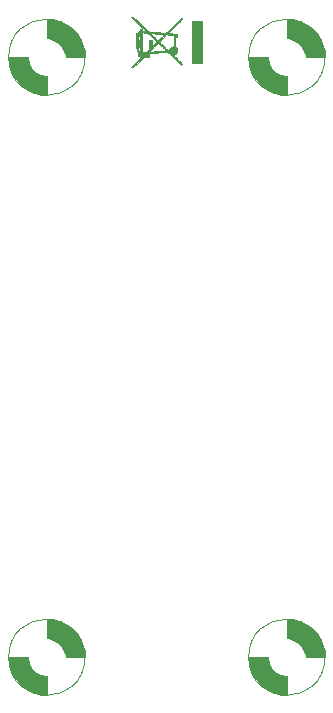
<source format=gbo>
G04 #@! TF.GenerationSoftware,KiCad,Pcbnew,6.0.9-8da3e8f707~116~ubuntu20.04.1*
G04 #@! TF.CreationDate,2023-04-19T17:37:20+00:00*
G04 #@! TF.ProjectId,LEC030001,4c454330-3330-4303-9031-2e6b69636164,rev?*
G04 #@! TF.SameCoordinates,Original*
G04 #@! TF.FileFunction,Legend,Bot*
G04 #@! TF.FilePolarity,Positive*
%FSLAX46Y46*%
G04 Gerber Fmt 4.6, Leading zero omitted, Abs format (unit mm)*
G04 Created by KiCad (PCBNEW 6.0.9-8da3e8f707~116~ubuntu20.04.1) date 2023-04-19 17:37:20*
%MOMM*%
%LPD*%
G01*
G04 APERTURE LIST*
%ADD10C,0.120000*%
%ADD11C,0.010000*%
G04 APERTURE END LIST*
D10*
G04 #@! TO.C,H3*
X206424903Y-101600000D02*
G75*
G03*
X206424903Y-101600000I-3224903J0D01*
G01*
G36*
X203700000Y-98400000D02*
G01*
X204700000Y-98700000D01*
X205500000Y-99300000D01*
X206000000Y-100000000D01*
X206300000Y-100700000D01*
X206400000Y-101100000D01*
X206400000Y-101600000D01*
X204800000Y-101600000D01*
X204800000Y-101500000D01*
X204700000Y-101100000D01*
X204500000Y-100700000D01*
X204100000Y-100300000D01*
X203700000Y-100100000D01*
X203300000Y-100000000D01*
X203200000Y-100000000D01*
X203200000Y-98375097D01*
X203700000Y-98400000D01*
G37*
D11*
X203700000Y-98400000D02*
X204700000Y-98700000D01*
X205500000Y-99300000D01*
X206000000Y-100000000D01*
X206300000Y-100700000D01*
X206400000Y-101100000D01*
X206400000Y-101600000D01*
X204800000Y-101600000D01*
X204800000Y-101500000D01*
X204700000Y-101100000D01*
X204500000Y-100700000D01*
X204100000Y-100300000D01*
X203700000Y-100100000D01*
X203300000Y-100000000D01*
X203200000Y-100000000D01*
X203200000Y-98375097D01*
X203700000Y-98400000D01*
G36*
X201600000Y-101700000D02*
G01*
X201700000Y-102100000D01*
X201900000Y-102500000D01*
X202300000Y-102900000D01*
X202700000Y-103100000D01*
X203100000Y-103200000D01*
X203200000Y-103200000D01*
X203200000Y-104824903D01*
X202700000Y-104800000D01*
X201700000Y-104500000D01*
X200900000Y-103900000D01*
X200400000Y-103200000D01*
X200100000Y-102500000D01*
X200000000Y-102100000D01*
X200000000Y-101600000D01*
X201600000Y-101600000D01*
X201600000Y-101700000D01*
G37*
X201600000Y-101700000D02*
X201700000Y-102100000D01*
X201900000Y-102500000D01*
X202300000Y-102900000D01*
X202700000Y-103100000D01*
X203100000Y-103200000D01*
X203200000Y-103200000D01*
X203200000Y-104824903D01*
X202700000Y-104800000D01*
X201700000Y-104500000D01*
X200900000Y-103900000D01*
X200400000Y-103200000D01*
X200100000Y-102500000D01*
X200000000Y-102100000D01*
X200000000Y-101600000D01*
X201600000Y-101600000D01*
X201600000Y-101700000D01*
D10*
G04 #@! TO.C,H4*
X206424903Y-50800000D02*
G75*
G03*
X206424903Y-50800000I-3224903J0D01*
G01*
G36*
X203700000Y-47600000D02*
G01*
X204700000Y-47900000D01*
X205500000Y-48500000D01*
X206000000Y-49200000D01*
X206300000Y-49900000D01*
X206400000Y-50300000D01*
X206400000Y-50800000D01*
X204800000Y-50800000D01*
X204800000Y-50700000D01*
X204700000Y-50300000D01*
X204500000Y-49900000D01*
X204100000Y-49500000D01*
X203700000Y-49300000D01*
X203300000Y-49200000D01*
X203200000Y-49200000D01*
X203200000Y-47575097D01*
X203700000Y-47600000D01*
G37*
D11*
X203700000Y-47600000D02*
X204700000Y-47900000D01*
X205500000Y-48500000D01*
X206000000Y-49200000D01*
X206300000Y-49900000D01*
X206400000Y-50300000D01*
X206400000Y-50800000D01*
X204800000Y-50800000D01*
X204800000Y-50700000D01*
X204700000Y-50300000D01*
X204500000Y-49900000D01*
X204100000Y-49500000D01*
X203700000Y-49300000D01*
X203300000Y-49200000D01*
X203200000Y-49200000D01*
X203200000Y-47575097D01*
X203700000Y-47600000D01*
G36*
X201600000Y-50900000D02*
G01*
X201700000Y-51300000D01*
X201900000Y-51700000D01*
X202300000Y-52100000D01*
X202700000Y-52300000D01*
X203100000Y-52400000D01*
X203200000Y-52400000D01*
X203200000Y-54024903D01*
X202700000Y-54000000D01*
X201700000Y-53700000D01*
X200900000Y-53100000D01*
X200400000Y-52400000D01*
X200100000Y-51700000D01*
X200000000Y-51300000D01*
X200000000Y-50800000D01*
X201600000Y-50800000D01*
X201600000Y-50900000D01*
G37*
X201600000Y-50900000D02*
X201700000Y-51300000D01*
X201900000Y-51700000D01*
X202300000Y-52100000D01*
X202700000Y-52300000D01*
X203100000Y-52400000D01*
X203200000Y-52400000D01*
X203200000Y-54024903D01*
X202700000Y-54000000D01*
X201700000Y-53700000D01*
X200900000Y-53100000D01*
X200400000Y-52400000D01*
X200100000Y-51700000D01*
X200000000Y-51300000D01*
X200000000Y-50800000D01*
X201600000Y-50800000D01*
X201600000Y-50900000D01*
D10*
G04 #@! TO.C,H2*
X186104903Y-50800000D02*
G75*
G03*
X186104903Y-50800000I-3224903J0D01*
G01*
G36*
X183380000Y-47600000D02*
G01*
X184380000Y-47900000D01*
X185180000Y-48500000D01*
X185680000Y-49200000D01*
X185980000Y-49900000D01*
X186080000Y-50300000D01*
X186080000Y-50800000D01*
X184480000Y-50800000D01*
X184480000Y-50700000D01*
X184380000Y-50300000D01*
X184180000Y-49900000D01*
X183780000Y-49500000D01*
X183380000Y-49300000D01*
X182980000Y-49200000D01*
X182880000Y-49200000D01*
X182880000Y-47575097D01*
X183380000Y-47600000D01*
G37*
D11*
X183380000Y-47600000D02*
X184380000Y-47900000D01*
X185180000Y-48500000D01*
X185680000Y-49200000D01*
X185980000Y-49900000D01*
X186080000Y-50300000D01*
X186080000Y-50800000D01*
X184480000Y-50800000D01*
X184480000Y-50700000D01*
X184380000Y-50300000D01*
X184180000Y-49900000D01*
X183780000Y-49500000D01*
X183380000Y-49300000D01*
X182980000Y-49200000D01*
X182880000Y-49200000D01*
X182880000Y-47575097D01*
X183380000Y-47600000D01*
G36*
X181280000Y-50900000D02*
G01*
X181380000Y-51300000D01*
X181580000Y-51700000D01*
X181980000Y-52100000D01*
X182380000Y-52300000D01*
X182780000Y-52400000D01*
X182880000Y-52400000D01*
X182880000Y-54024903D01*
X182380000Y-54000000D01*
X181380000Y-53700000D01*
X180580000Y-53100000D01*
X180080000Y-52400000D01*
X179780000Y-51700000D01*
X179680000Y-51300000D01*
X179680000Y-50800000D01*
X181280000Y-50800000D01*
X181280000Y-50900000D01*
G37*
X181280000Y-50900000D02*
X181380000Y-51300000D01*
X181580000Y-51700000D01*
X181980000Y-52100000D01*
X182380000Y-52300000D01*
X182780000Y-52400000D01*
X182880000Y-52400000D01*
X182880000Y-54024903D01*
X182380000Y-54000000D01*
X181380000Y-53700000D01*
X180580000Y-53100000D01*
X180080000Y-52400000D01*
X179780000Y-51700000D01*
X179680000Y-51300000D01*
X179680000Y-50800000D01*
X181280000Y-50800000D01*
X181280000Y-50900000D01*
D10*
G04 #@! TO.C,H1*
X186104903Y-101600000D02*
G75*
G03*
X186104903Y-101600000I-3224903J0D01*
G01*
G36*
X181280000Y-101700000D02*
G01*
X181380000Y-102100000D01*
X181580000Y-102500000D01*
X181980000Y-102900000D01*
X182380000Y-103100000D01*
X182780000Y-103200000D01*
X182880000Y-103200000D01*
X182880000Y-104824903D01*
X182380000Y-104800000D01*
X181380000Y-104500000D01*
X180580000Y-103900000D01*
X180080000Y-103200000D01*
X179780000Y-102500000D01*
X179680000Y-102100000D01*
X179680000Y-101600000D01*
X181280000Y-101600000D01*
X181280000Y-101700000D01*
G37*
D11*
X181280000Y-101700000D02*
X181380000Y-102100000D01*
X181580000Y-102500000D01*
X181980000Y-102900000D01*
X182380000Y-103100000D01*
X182780000Y-103200000D01*
X182880000Y-103200000D01*
X182880000Y-104824903D01*
X182380000Y-104800000D01*
X181380000Y-104500000D01*
X180580000Y-103900000D01*
X180080000Y-103200000D01*
X179780000Y-102500000D01*
X179680000Y-102100000D01*
X179680000Y-101600000D01*
X181280000Y-101600000D01*
X181280000Y-101700000D01*
G36*
X183380000Y-98400000D02*
G01*
X184380000Y-98700000D01*
X185180000Y-99300000D01*
X185680000Y-100000000D01*
X185980000Y-100700000D01*
X186080000Y-101100000D01*
X186080000Y-101600000D01*
X184480000Y-101600000D01*
X184480000Y-101500000D01*
X184380000Y-101100000D01*
X184180000Y-100700000D01*
X183780000Y-100300000D01*
X183380000Y-100100000D01*
X182980000Y-100000000D01*
X182880000Y-100000000D01*
X182880000Y-98375097D01*
X183380000Y-98400000D01*
G37*
X183380000Y-98400000D02*
X184380000Y-98700000D01*
X185180000Y-99300000D01*
X185680000Y-100000000D01*
X185980000Y-100700000D01*
X186080000Y-101100000D01*
X186080000Y-101600000D01*
X184480000Y-101600000D01*
X184480000Y-101500000D01*
X184380000Y-101100000D01*
X184180000Y-100700000D01*
X183780000Y-100300000D01*
X183380000Y-100100000D01*
X182980000Y-100000000D01*
X182880000Y-100000000D01*
X182880000Y-98375097D01*
X183380000Y-98400000D01*
G04 #@! TO.C,REF\u002A\u002A*
G36*
X191092732Y-48585318D02*
G01*
X191117037Y-48587318D01*
X191177880Y-48591977D01*
X191227389Y-48595269D01*
X191260992Y-48596908D01*
X191274116Y-48596610D01*
X191270343Y-48592276D01*
X191250676Y-48572504D01*
X191215818Y-48538321D01*
X191167576Y-48491459D01*
X191107757Y-48433646D01*
X191038167Y-48366613D01*
X190960615Y-48292088D01*
X190876907Y-48211803D01*
X190788849Y-48127487D01*
X190698250Y-48040870D01*
X190606915Y-47953681D01*
X190516653Y-47867651D01*
X190429269Y-47784508D01*
X190346572Y-47705984D01*
X190270368Y-47633808D01*
X190202463Y-47569709D01*
X190144666Y-47515417D01*
X190041040Y-47418408D01*
X190129315Y-47417966D01*
X190217589Y-47417525D01*
X190849158Y-48018062D01*
X191480726Y-48618599D01*
X191624674Y-48630604D01*
X192200635Y-48678635D01*
X192302791Y-48687124D01*
X192430612Y-48697657D01*
X192549767Y-48707379D01*
X192657914Y-48716102D01*
X192752713Y-48723642D01*
X192831819Y-48729813D01*
X192892892Y-48734427D01*
X192933590Y-48737300D01*
X192951570Y-48738246D01*
X192959808Y-48735749D01*
X192977599Y-48724529D01*
X193004411Y-48703249D01*
X193016129Y-48692979D01*
X193041466Y-48670775D01*
X193089986Y-48625977D01*
X193151192Y-48567719D01*
X193226307Y-48494871D01*
X193316550Y-48406297D01*
X193423145Y-48300866D01*
X193493093Y-48231508D01*
X193590658Y-48134821D01*
X193687941Y-48038474D01*
X193782014Y-47945362D01*
X193869950Y-47858382D01*
X193948820Y-47780431D01*
X194015699Y-47714404D01*
X194067658Y-47663198D01*
X194271620Y-47462486D01*
X194309671Y-47498942D01*
X194318245Y-47507540D01*
X194339297Y-47532905D01*
X194347723Y-47550305D01*
X194340530Y-47563929D01*
X194318944Y-47589257D01*
X194287995Y-47619621D01*
X194268448Y-47638104D01*
X194232752Y-47672573D01*
X194182684Y-47721288D01*
X194120001Y-47782531D01*
X194046457Y-47854580D01*
X193963810Y-47935715D01*
X193873815Y-48024216D01*
X193778228Y-48118363D01*
X193678805Y-48216435D01*
X193129343Y-48758839D01*
X193414746Y-48780934D01*
X193475662Y-48785750D01*
X193557548Y-48792784D01*
X193619569Y-48799128D01*
X193664987Y-48805252D01*
X193697062Y-48811627D01*
X193719052Y-48818723D01*
X193734219Y-48827009D01*
X193755416Y-48838607D01*
X193794386Y-48848150D01*
X193850531Y-48850990D01*
X193932773Y-48850990D01*
X193932773Y-49077326D01*
X193756733Y-49077326D01*
X193756733Y-49922918D01*
X193812262Y-49971797D01*
X193826722Y-49985164D01*
X193884813Y-50057612D01*
X193920576Y-50139468D01*
X193932773Y-50228100D01*
X193926306Y-50306308D01*
X193899047Y-50394767D01*
X193850328Y-50470493D01*
X193836403Y-50485252D01*
X193791328Y-50522136D01*
X193738819Y-50554497D01*
X193687061Y-50577703D01*
X193644239Y-50587121D01*
X193638023Y-50587303D01*
X193615246Y-50588658D01*
X193599513Y-50592200D01*
X193592068Y-50599610D01*
X193594156Y-50612569D01*
X193607020Y-50632757D01*
X193631905Y-50661855D01*
X193670053Y-50701544D01*
X193722710Y-50753504D01*
X193791119Y-50819416D01*
X193876524Y-50900960D01*
X193922112Y-50944396D01*
X193998441Y-51017000D01*
X194070808Y-51085691D01*
X194136366Y-51147777D01*
X194192274Y-51200566D01*
X194235686Y-51241366D01*
X194263758Y-51267485D01*
X194341436Y-51338881D01*
X194253416Y-51427137D01*
X193681287Y-50881310D01*
X193645188Y-50846895D01*
X193516272Y-50724454D01*
X193404754Y-50619349D01*
X193310288Y-50531264D01*
X193232529Y-50459884D01*
X193171131Y-50404895D01*
X193125748Y-50365981D01*
X193096035Y-50342827D01*
X193081644Y-50335118D01*
X193081559Y-50335117D01*
X193063624Y-50336175D01*
X193023421Y-50339263D01*
X192963687Y-50344142D01*
X192887158Y-50350568D01*
X192796569Y-50358300D01*
X192694657Y-50367095D01*
X192584159Y-50376713D01*
X192467811Y-50386909D01*
X192348348Y-50397444D01*
X192228507Y-50408074D01*
X192111025Y-50418558D01*
X191998637Y-50428654D01*
X191894081Y-50438119D01*
X191800091Y-50446712D01*
X191719405Y-50454191D01*
X191654759Y-50460313D01*
X191608888Y-50464838D01*
X191584530Y-50467522D01*
X191531089Y-50474610D01*
X191531089Y-50749703D01*
X191320471Y-50750032D01*
X191109852Y-50750361D01*
X190650891Y-51202086D01*
X190191931Y-51653811D01*
X190104848Y-51654430D01*
X190017767Y-51655049D01*
X190566952Y-51113231D01*
X190619998Y-51060863D01*
X190729772Y-50952197D01*
X190823114Y-50859291D01*
X190901173Y-50780945D01*
X190965097Y-50715957D01*
X191016035Y-50663128D01*
X191029126Y-50649109D01*
X191211172Y-50649109D01*
X191430495Y-50649109D01*
X191430495Y-50567376D01*
X191430489Y-50560105D01*
X191429613Y-50519050D01*
X191425867Y-50496723D01*
X191417270Y-50487471D01*
X191401840Y-50485643D01*
X191379159Y-50493694D01*
X191341428Y-50521270D01*
X191292179Y-50567376D01*
X191211172Y-50649109D01*
X191029126Y-50649109D01*
X191055135Y-50621257D01*
X191083548Y-50589145D01*
X191102420Y-50565590D01*
X191112901Y-50549392D01*
X191116139Y-50539351D01*
X191115158Y-50522421D01*
X191107996Y-50512916D01*
X191088401Y-50511277D01*
X191050124Y-50515218D01*
X191026025Y-50517935D01*
X190985744Y-50521716D01*
X190958961Y-50523240D01*
X190949728Y-50523985D01*
X190939839Y-50531254D01*
X190936562Y-50551332D01*
X190937992Y-50590311D01*
X190938553Y-50600263D01*
X190937921Y-50640102D01*
X190929167Y-50668440D01*
X190909289Y-50696370D01*
X190905104Y-50701180D01*
X190854427Y-50740518D01*
X190795934Y-50757828D01*
X190734575Y-50752526D01*
X190675297Y-50724025D01*
X190671606Y-50721267D01*
X190639851Y-50683178D01*
X190621067Y-50633524D01*
X190616071Y-50579998D01*
X190625678Y-50530293D01*
X190650704Y-50492100D01*
X190663480Y-50479169D01*
X190666576Y-50466572D01*
X190656998Y-50448533D01*
X190633082Y-50418072D01*
X190625731Y-50408726D01*
X190579339Y-50336570D01*
X190538084Y-50251085D01*
X190504936Y-50160233D01*
X190482868Y-50071973D01*
X190474852Y-49994264D01*
X190474788Y-49986009D01*
X190470321Y-49940121D01*
X190457795Y-49914921D01*
X190435784Y-49907227D01*
X190428849Y-49906324D01*
X190422885Y-49901385D01*
X190418519Y-49889389D01*
X190415503Y-49867320D01*
X190413590Y-49832164D01*
X190413062Y-49806633D01*
X190512575Y-49806633D01*
X190575446Y-49806633D01*
X190575446Y-49429406D01*
X190512575Y-49429406D01*
X190512575Y-49806633D01*
X190413062Y-49806633D01*
X190412530Y-49780906D01*
X190412077Y-49710529D01*
X190411980Y-49618020D01*
X190412150Y-49531340D01*
X190412834Y-49457668D01*
X190414215Y-49403735D01*
X190416470Y-49366712D01*
X190419778Y-49343770D01*
X190424320Y-49332080D01*
X190430272Y-49328812D01*
X190572893Y-49328812D01*
X190676040Y-49328812D01*
X190676040Y-49907227D01*
X190585122Y-49907227D01*
X190593753Y-49979529D01*
X190612249Y-50090002D01*
X190645691Y-50201184D01*
X190692324Y-50293150D01*
X190752786Y-50367458D01*
X190801782Y-50415302D01*
X190801782Y-50405148D01*
X190914951Y-50405148D01*
X190962104Y-50400987D01*
X190983498Y-50399065D01*
X191041909Y-50393076D01*
X191080381Y-50387174D01*
X191102912Y-50380273D01*
X191113498Y-50371288D01*
X191116139Y-50359130D01*
X191117937Y-50348199D01*
X191123438Y-50343558D01*
X191535703Y-50343558D01*
X191543732Y-50343747D01*
X191574653Y-50342092D01*
X191626653Y-50338451D01*
X191697487Y-50333005D01*
X191784911Y-50325937D01*
X191886681Y-50317430D01*
X192000552Y-50307665D01*
X192124279Y-50296826D01*
X192255618Y-50285093D01*
X192356908Y-50275921D01*
X192482526Y-50264434D01*
X192598762Y-50253678D01*
X192703380Y-50243869D01*
X192794140Y-50235219D01*
X192868804Y-50227943D01*
X192925134Y-50222254D01*
X192960891Y-50218366D01*
X192973837Y-50216494D01*
X192969826Y-50210812D01*
X192950138Y-50189980D01*
X192916322Y-50156128D01*
X192870837Y-50111588D01*
X192816146Y-50058690D01*
X192754710Y-49999764D01*
X192688990Y-49937142D01*
X192621449Y-49873152D01*
X192554547Y-49810126D01*
X192490746Y-49750394D01*
X192432507Y-49696287D01*
X192382292Y-49650135D01*
X192342563Y-49614267D01*
X192315780Y-49591016D01*
X192304406Y-49582710D01*
X192293383Y-49590852D01*
X192266999Y-49614522D01*
X192227527Y-49651522D01*
X192177191Y-49699650D01*
X192118217Y-49756704D01*
X192052830Y-49820480D01*
X191983255Y-49888778D01*
X191911716Y-49959395D01*
X191840438Y-50030129D01*
X191771647Y-50098778D01*
X191707566Y-50163139D01*
X191650422Y-50221011D01*
X191602439Y-50270190D01*
X191565841Y-50308476D01*
X191542854Y-50333666D01*
X191535703Y-50343558D01*
X191123438Y-50343558D01*
X191126530Y-50340950D01*
X191146505Y-50336900D01*
X191182450Y-50335137D01*
X191238952Y-50334752D01*
X191361766Y-50334752D01*
X191401840Y-50294553D01*
X191499654Y-50196435D01*
X191637542Y-50058119D01*
X191531089Y-50058119D01*
X191531089Y-49303663D01*
X191770000Y-49303663D01*
X191770000Y-49922169D01*
X191986906Y-49712408D01*
X192028334Y-49672230D01*
X192085200Y-49616672D01*
X192134082Y-49568430D01*
X192172441Y-49530029D01*
X192197741Y-49503997D01*
X192207442Y-49492860D01*
X192204767Y-49488627D01*
X192202222Y-49485818D01*
X192403046Y-49485818D01*
X192407405Y-49493556D01*
X192427241Y-49516605D01*
X192460375Y-49551291D01*
X192503820Y-49594513D01*
X192554587Y-49643168D01*
X192568051Y-49655860D01*
X192628275Y-49712771D01*
X192699864Y-49780586D01*
X192777437Y-49854200D01*
X192855611Y-49928507D01*
X192929005Y-49998401D01*
X192933409Y-50002599D01*
X193001785Y-50067580D01*
X193054732Y-50117164D01*
X193094767Y-50153312D01*
X193124411Y-50177984D01*
X193146181Y-50193142D01*
X193162595Y-50200744D01*
X193176174Y-50202753D01*
X193189434Y-50201128D01*
X193190819Y-50200844D01*
X193222228Y-50187302D01*
X193236863Y-50160252D01*
X193268063Y-50076871D01*
X193320038Y-50002582D01*
X193388791Y-49944154D01*
X193471315Y-49904110D01*
X193564606Y-49884974D01*
X193643565Y-49878636D01*
X193643565Y-48929162D01*
X193615273Y-48922542D01*
X193608329Y-48921371D01*
X193577281Y-48917732D01*
X193527081Y-48912766D01*
X193461727Y-48906843D01*
X193385219Y-48900331D01*
X193301555Y-48893599D01*
X193016129Y-48871276D01*
X192710565Y-49172174D01*
X192654704Y-49227364D01*
X192586888Y-49294891D01*
X192526643Y-49355471D01*
X192476052Y-49406979D01*
X192437200Y-49447290D01*
X192412170Y-49474278D01*
X192403046Y-49485818D01*
X192202222Y-49485818D01*
X192186782Y-49468776D01*
X192153481Y-49434549D01*
X192106712Y-49387773D01*
X192048325Y-49330276D01*
X191980169Y-49263888D01*
X191904094Y-49190436D01*
X191821950Y-49111749D01*
X191738943Y-49032659D01*
X191657136Y-48955129D01*
X191590083Y-48892254D01*
X191536007Y-48842498D01*
X191493129Y-48804322D01*
X191459673Y-48776189D01*
X191433861Y-48756560D01*
X191430135Y-48754195D01*
X191624674Y-48754195D01*
X191624908Y-48754616D01*
X191636350Y-48766491D01*
X191663198Y-48792870D01*
X191703018Y-48831430D01*
X191753372Y-48879847D01*
X191811828Y-48935797D01*
X191875948Y-48996958D01*
X191943298Y-49061005D01*
X192011443Y-49125615D01*
X192077948Y-49188465D01*
X192140377Y-49247232D01*
X192196295Y-49299591D01*
X192304406Y-49400467D01*
X192306477Y-49402399D01*
X192581968Y-49126695D01*
X192649224Y-49059274D01*
X192712162Y-48995733D01*
X192760100Y-48946510D01*
X192794594Y-48909804D01*
X192817199Y-48883810D01*
X192829471Y-48866724D01*
X192832966Y-48856744D01*
X192829238Y-48852065D01*
X192819844Y-48850884D01*
X192804749Y-48850127D01*
X192765883Y-48847399D01*
X192706895Y-48842892D01*
X192630473Y-48836821D01*
X192539305Y-48829404D01*
X192436080Y-48820858D01*
X192323483Y-48811398D01*
X192204205Y-48801242D01*
X192099077Y-48792277D01*
X191988351Y-48782934D01*
X191887814Y-48774557D01*
X191799943Y-48767347D01*
X191727215Y-48761504D01*
X191672110Y-48757231D01*
X191637104Y-48754727D01*
X191624674Y-48754195D01*
X191430135Y-48754195D01*
X191413914Y-48743899D01*
X191398056Y-48736666D01*
X191384509Y-48733325D01*
X191377910Y-48732439D01*
X191341548Y-48728512D01*
X191288018Y-48723541D01*
X191223421Y-48718073D01*
X191153862Y-48712656D01*
X191129635Y-48710819D01*
X191064178Y-48705512D01*
X191007717Y-48700452D01*
X190965618Y-48696137D01*
X190943243Y-48693066D01*
X190914951Y-48687045D01*
X190914951Y-50405148D01*
X190801782Y-50405148D01*
X190801782Y-49000779D01*
X190711095Y-49004474D01*
X190620407Y-49008168D01*
X190605252Y-49083614D01*
X190598379Y-49121449D01*
X190588756Y-49184632D01*
X190581496Y-49243935D01*
X190572893Y-49328812D01*
X190430272Y-49328812D01*
X190444888Y-49318063D01*
X190454215Y-49287945D01*
X190455847Y-49276418D01*
X190461591Y-49237114D01*
X190469378Y-49184812D01*
X190478003Y-49127624D01*
X190482393Y-49096084D01*
X190487148Y-49049926D01*
X190488295Y-49017359D01*
X190485495Y-49003977D01*
X190483671Y-49001692D01*
X190479165Y-48980595D01*
X190476029Y-48942645D01*
X190474852Y-48893952D01*
X190474852Y-48788119D01*
X190512575Y-48788106D01*
X190515718Y-48788106D01*
X190528668Y-48787612D01*
X190550411Y-48781181D01*
X190550967Y-48780629D01*
X190701188Y-48780629D01*
X190702463Y-48782303D01*
X190719976Y-48786456D01*
X190751485Y-48788119D01*
X190801782Y-48788119D01*
X190801782Y-48731092D01*
X190801662Y-48714007D01*
X190799462Y-48688692D01*
X190792334Y-48681384D01*
X190777508Y-48687057D01*
X190774682Y-48688733D01*
X190752944Y-48707552D01*
X190728820Y-48734817D01*
X190709254Y-48762013D01*
X190701188Y-48780629D01*
X190550967Y-48780629D01*
X190568851Y-48762877D01*
X190590801Y-48727170D01*
X190610854Y-48695826D01*
X190649356Y-48648107D01*
X190692579Y-48604862D01*
X190734627Y-48571781D01*
X190769604Y-48554558D01*
X190783081Y-48550338D01*
X190792334Y-48542520D01*
X190795454Y-48539884D01*
X190800696Y-48518338D01*
X190801782Y-48478686D01*
X190801782Y-48410891D01*
X190914951Y-48410891D01*
X190914951Y-48570423D01*
X191092732Y-48585318D01*
G37*
X191092732Y-48585318D02*
X191117037Y-48587318D01*
X191177880Y-48591977D01*
X191227389Y-48595269D01*
X191260992Y-48596908D01*
X191274116Y-48596610D01*
X191270343Y-48592276D01*
X191250676Y-48572504D01*
X191215818Y-48538321D01*
X191167576Y-48491459D01*
X191107757Y-48433646D01*
X191038167Y-48366613D01*
X190960615Y-48292088D01*
X190876907Y-48211803D01*
X190788849Y-48127487D01*
X190698250Y-48040870D01*
X190606915Y-47953681D01*
X190516653Y-47867651D01*
X190429269Y-47784508D01*
X190346572Y-47705984D01*
X190270368Y-47633808D01*
X190202463Y-47569709D01*
X190144666Y-47515417D01*
X190041040Y-47418408D01*
X190129315Y-47417966D01*
X190217589Y-47417525D01*
X190849158Y-48018062D01*
X191480726Y-48618599D01*
X191624674Y-48630604D01*
X192200635Y-48678635D01*
X192302791Y-48687124D01*
X192430612Y-48697657D01*
X192549767Y-48707379D01*
X192657914Y-48716102D01*
X192752713Y-48723642D01*
X192831819Y-48729813D01*
X192892892Y-48734427D01*
X192933590Y-48737300D01*
X192951570Y-48738246D01*
X192959808Y-48735749D01*
X192977599Y-48724529D01*
X193004411Y-48703249D01*
X193016129Y-48692979D01*
X193041466Y-48670775D01*
X193089986Y-48625977D01*
X193151192Y-48567719D01*
X193226307Y-48494871D01*
X193316550Y-48406297D01*
X193423145Y-48300866D01*
X193493093Y-48231508D01*
X193590658Y-48134821D01*
X193687941Y-48038474D01*
X193782014Y-47945362D01*
X193869950Y-47858382D01*
X193948820Y-47780431D01*
X194015699Y-47714404D01*
X194067658Y-47663198D01*
X194271620Y-47462486D01*
X194309671Y-47498942D01*
X194318245Y-47507540D01*
X194339297Y-47532905D01*
X194347723Y-47550305D01*
X194340530Y-47563929D01*
X194318944Y-47589257D01*
X194287995Y-47619621D01*
X194268448Y-47638104D01*
X194232752Y-47672573D01*
X194182684Y-47721288D01*
X194120001Y-47782531D01*
X194046457Y-47854580D01*
X193963810Y-47935715D01*
X193873815Y-48024216D01*
X193778228Y-48118363D01*
X193678805Y-48216435D01*
X193129343Y-48758839D01*
X193414746Y-48780934D01*
X193475662Y-48785750D01*
X193557548Y-48792784D01*
X193619569Y-48799128D01*
X193664987Y-48805252D01*
X193697062Y-48811627D01*
X193719052Y-48818723D01*
X193734219Y-48827009D01*
X193755416Y-48838607D01*
X193794386Y-48848150D01*
X193850531Y-48850990D01*
X193932773Y-48850990D01*
X193932773Y-49077326D01*
X193756733Y-49077326D01*
X193756733Y-49922918D01*
X193812262Y-49971797D01*
X193826722Y-49985164D01*
X193884813Y-50057612D01*
X193920576Y-50139468D01*
X193932773Y-50228100D01*
X193926306Y-50306308D01*
X193899047Y-50394767D01*
X193850328Y-50470493D01*
X193836403Y-50485252D01*
X193791328Y-50522136D01*
X193738819Y-50554497D01*
X193687061Y-50577703D01*
X193644239Y-50587121D01*
X193638023Y-50587303D01*
X193615246Y-50588658D01*
X193599513Y-50592200D01*
X193592068Y-50599610D01*
X193594156Y-50612569D01*
X193607020Y-50632757D01*
X193631905Y-50661855D01*
X193670053Y-50701544D01*
X193722710Y-50753504D01*
X193791119Y-50819416D01*
X193876524Y-50900960D01*
X193922112Y-50944396D01*
X193998441Y-51017000D01*
X194070808Y-51085691D01*
X194136366Y-51147777D01*
X194192274Y-51200566D01*
X194235686Y-51241366D01*
X194263758Y-51267485D01*
X194341436Y-51338881D01*
X194253416Y-51427137D01*
X193681287Y-50881310D01*
X193645188Y-50846895D01*
X193516272Y-50724454D01*
X193404754Y-50619349D01*
X193310288Y-50531264D01*
X193232529Y-50459884D01*
X193171131Y-50404895D01*
X193125748Y-50365981D01*
X193096035Y-50342827D01*
X193081644Y-50335118D01*
X193081559Y-50335117D01*
X193063624Y-50336175D01*
X193023421Y-50339263D01*
X192963687Y-50344142D01*
X192887158Y-50350568D01*
X192796569Y-50358300D01*
X192694657Y-50367095D01*
X192584159Y-50376713D01*
X192467811Y-50386909D01*
X192348348Y-50397444D01*
X192228507Y-50408074D01*
X192111025Y-50418558D01*
X191998637Y-50428654D01*
X191894081Y-50438119D01*
X191800091Y-50446712D01*
X191719405Y-50454191D01*
X191654759Y-50460313D01*
X191608888Y-50464838D01*
X191584530Y-50467522D01*
X191531089Y-50474610D01*
X191531089Y-50749703D01*
X191320471Y-50750032D01*
X191109852Y-50750361D01*
X190650891Y-51202086D01*
X190191931Y-51653811D01*
X190104848Y-51654430D01*
X190017767Y-51655049D01*
X190566952Y-51113231D01*
X190619998Y-51060863D01*
X190729772Y-50952197D01*
X190823114Y-50859291D01*
X190901173Y-50780945D01*
X190965097Y-50715957D01*
X191016035Y-50663128D01*
X191029126Y-50649109D01*
X191211172Y-50649109D01*
X191430495Y-50649109D01*
X191430495Y-50567376D01*
X191430489Y-50560105D01*
X191429613Y-50519050D01*
X191425867Y-50496723D01*
X191417270Y-50487471D01*
X191401840Y-50485643D01*
X191379159Y-50493694D01*
X191341428Y-50521270D01*
X191292179Y-50567376D01*
X191211172Y-50649109D01*
X191029126Y-50649109D01*
X191055135Y-50621257D01*
X191083548Y-50589145D01*
X191102420Y-50565590D01*
X191112901Y-50549392D01*
X191116139Y-50539351D01*
X191115158Y-50522421D01*
X191107996Y-50512916D01*
X191088401Y-50511277D01*
X191050124Y-50515218D01*
X191026025Y-50517935D01*
X190985744Y-50521716D01*
X190958961Y-50523240D01*
X190949728Y-50523985D01*
X190939839Y-50531254D01*
X190936562Y-50551332D01*
X190937992Y-50590311D01*
X190938553Y-50600263D01*
X190937921Y-50640102D01*
X190929167Y-50668440D01*
X190909289Y-50696370D01*
X190905104Y-50701180D01*
X190854427Y-50740518D01*
X190795934Y-50757828D01*
X190734575Y-50752526D01*
X190675297Y-50724025D01*
X190671606Y-50721267D01*
X190639851Y-50683178D01*
X190621067Y-50633524D01*
X190616071Y-50579998D01*
X190625678Y-50530293D01*
X190650704Y-50492100D01*
X190663480Y-50479169D01*
X190666576Y-50466572D01*
X190656998Y-50448533D01*
X190633082Y-50418072D01*
X190625731Y-50408726D01*
X190579339Y-50336570D01*
X190538084Y-50251085D01*
X190504936Y-50160233D01*
X190482868Y-50071973D01*
X190474852Y-49994264D01*
X190474788Y-49986009D01*
X190470321Y-49940121D01*
X190457795Y-49914921D01*
X190435784Y-49907227D01*
X190428849Y-49906324D01*
X190422885Y-49901385D01*
X190418519Y-49889389D01*
X190415503Y-49867320D01*
X190413590Y-49832164D01*
X190413062Y-49806633D01*
X190512575Y-49806633D01*
X190575446Y-49806633D01*
X190575446Y-49429406D01*
X190512575Y-49429406D01*
X190512575Y-49806633D01*
X190413062Y-49806633D01*
X190412530Y-49780906D01*
X190412077Y-49710529D01*
X190411980Y-49618020D01*
X190412150Y-49531340D01*
X190412834Y-49457668D01*
X190414215Y-49403735D01*
X190416470Y-49366712D01*
X190419778Y-49343770D01*
X190424320Y-49332080D01*
X190430272Y-49328812D01*
X190572893Y-49328812D01*
X190676040Y-49328812D01*
X190676040Y-49907227D01*
X190585122Y-49907227D01*
X190593753Y-49979529D01*
X190612249Y-50090002D01*
X190645691Y-50201184D01*
X190692324Y-50293150D01*
X190752786Y-50367458D01*
X190801782Y-50415302D01*
X190801782Y-50405148D01*
X190914951Y-50405148D01*
X190962104Y-50400987D01*
X190983498Y-50399065D01*
X191041909Y-50393076D01*
X191080381Y-50387174D01*
X191102912Y-50380273D01*
X191113498Y-50371288D01*
X191116139Y-50359130D01*
X191117937Y-50348199D01*
X191123438Y-50343558D01*
X191535703Y-50343558D01*
X191543732Y-50343747D01*
X191574653Y-50342092D01*
X191626653Y-50338451D01*
X191697487Y-50333005D01*
X191784911Y-50325937D01*
X191886681Y-50317430D01*
X192000552Y-50307665D01*
X192124279Y-50296826D01*
X192255618Y-50285093D01*
X192356908Y-50275921D01*
X192482526Y-50264434D01*
X192598762Y-50253678D01*
X192703380Y-50243869D01*
X192794140Y-50235219D01*
X192868804Y-50227943D01*
X192925134Y-50222254D01*
X192960891Y-50218366D01*
X192973837Y-50216494D01*
X192969826Y-50210812D01*
X192950138Y-50189980D01*
X192916322Y-50156128D01*
X192870837Y-50111588D01*
X192816146Y-50058690D01*
X192754710Y-49999764D01*
X192688990Y-49937142D01*
X192621449Y-49873152D01*
X192554547Y-49810126D01*
X192490746Y-49750394D01*
X192432507Y-49696287D01*
X192382292Y-49650135D01*
X192342563Y-49614267D01*
X192315780Y-49591016D01*
X192304406Y-49582710D01*
X192293383Y-49590852D01*
X192266999Y-49614522D01*
X192227527Y-49651522D01*
X192177191Y-49699650D01*
X192118217Y-49756704D01*
X192052830Y-49820480D01*
X191983255Y-49888778D01*
X191911716Y-49959395D01*
X191840438Y-50030129D01*
X191771647Y-50098778D01*
X191707566Y-50163139D01*
X191650422Y-50221011D01*
X191602439Y-50270190D01*
X191565841Y-50308476D01*
X191542854Y-50333666D01*
X191535703Y-50343558D01*
X191123438Y-50343558D01*
X191126530Y-50340950D01*
X191146505Y-50336900D01*
X191182450Y-50335137D01*
X191238952Y-50334752D01*
X191361766Y-50334752D01*
X191401840Y-50294553D01*
X191499654Y-50196435D01*
X191637542Y-50058119D01*
X191531089Y-50058119D01*
X191531089Y-49303663D01*
X191770000Y-49303663D01*
X191770000Y-49922169D01*
X191986906Y-49712408D01*
X192028334Y-49672230D01*
X192085200Y-49616672D01*
X192134082Y-49568430D01*
X192172441Y-49530029D01*
X192197741Y-49503997D01*
X192207442Y-49492860D01*
X192204767Y-49488627D01*
X192202222Y-49485818D01*
X192403046Y-49485818D01*
X192407405Y-49493556D01*
X192427241Y-49516605D01*
X192460375Y-49551291D01*
X192503820Y-49594513D01*
X192554587Y-49643168D01*
X192568051Y-49655860D01*
X192628275Y-49712771D01*
X192699864Y-49780586D01*
X192777437Y-49854200D01*
X192855611Y-49928507D01*
X192929005Y-49998401D01*
X192933409Y-50002599D01*
X193001785Y-50067580D01*
X193054732Y-50117164D01*
X193094767Y-50153312D01*
X193124411Y-50177984D01*
X193146181Y-50193142D01*
X193162595Y-50200744D01*
X193176174Y-50202753D01*
X193189434Y-50201128D01*
X193190819Y-50200844D01*
X193222228Y-50187302D01*
X193236863Y-50160252D01*
X193268063Y-50076871D01*
X193320038Y-50002582D01*
X193388791Y-49944154D01*
X193471315Y-49904110D01*
X193564606Y-49884974D01*
X193643565Y-49878636D01*
X193643565Y-48929162D01*
X193615273Y-48922542D01*
X193608329Y-48921371D01*
X193577281Y-48917732D01*
X193527081Y-48912766D01*
X193461727Y-48906843D01*
X193385219Y-48900331D01*
X193301555Y-48893599D01*
X193016129Y-48871276D01*
X192710565Y-49172174D01*
X192654704Y-49227364D01*
X192586888Y-49294891D01*
X192526643Y-49355471D01*
X192476052Y-49406979D01*
X192437200Y-49447290D01*
X192412170Y-49474278D01*
X192403046Y-49485818D01*
X192202222Y-49485818D01*
X192186782Y-49468776D01*
X192153481Y-49434549D01*
X192106712Y-49387773D01*
X192048325Y-49330276D01*
X191980169Y-49263888D01*
X191904094Y-49190436D01*
X191821950Y-49111749D01*
X191738943Y-49032659D01*
X191657136Y-48955129D01*
X191590083Y-48892254D01*
X191536007Y-48842498D01*
X191493129Y-48804322D01*
X191459673Y-48776189D01*
X191433861Y-48756560D01*
X191430135Y-48754195D01*
X191624674Y-48754195D01*
X191624908Y-48754616D01*
X191636350Y-48766491D01*
X191663198Y-48792870D01*
X191703018Y-48831430D01*
X191753372Y-48879847D01*
X191811828Y-48935797D01*
X191875948Y-48996958D01*
X191943298Y-49061005D01*
X192011443Y-49125615D01*
X192077948Y-49188465D01*
X192140377Y-49247232D01*
X192196295Y-49299591D01*
X192304406Y-49400467D01*
X192306477Y-49402399D01*
X192581968Y-49126695D01*
X192649224Y-49059274D01*
X192712162Y-48995733D01*
X192760100Y-48946510D01*
X192794594Y-48909804D01*
X192817199Y-48883810D01*
X192829471Y-48866724D01*
X192832966Y-48856744D01*
X192829238Y-48852065D01*
X192819844Y-48850884D01*
X192804749Y-48850127D01*
X192765883Y-48847399D01*
X192706895Y-48842892D01*
X192630473Y-48836821D01*
X192539305Y-48829404D01*
X192436080Y-48820858D01*
X192323483Y-48811398D01*
X192204205Y-48801242D01*
X192099077Y-48792277D01*
X191988351Y-48782934D01*
X191887814Y-48774557D01*
X191799943Y-48767347D01*
X191727215Y-48761504D01*
X191672110Y-48757231D01*
X191637104Y-48754727D01*
X191624674Y-48754195D01*
X191430135Y-48754195D01*
X191413914Y-48743899D01*
X191398056Y-48736666D01*
X191384509Y-48733325D01*
X191377910Y-48732439D01*
X191341548Y-48728512D01*
X191288018Y-48723541D01*
X191223421Y-48718073D01*
X191153862Y-48712656D01*
X191129635Y-48710819D01*
X191064178Y-48705512D01*
X191007717Y-48700452D01*
X190965618Y-48696137D01*
X190943243Y-48693066D01*
X190914951Y-48687045D01*
X190914951Y-50405148D01*
X190801782Y-50405148D01*
X190801782Y-49000779D01*
X190711095Y-49004474D01*
X190620407Y-49008168D01*
X190605252Y-49083614D01*
X190598379Y-49121449D01*
X190588756Y-49184632D01*
X190581496Y-49243935D01*
X190572893Y-49328812D01*
X190430272Y-49328812D01*
X190444888Y-49318063D01*
X190454215Y-49287945D01*
X190455847Y-49276418D01*
X190461591Y-49237114D01*
X190469378Y-49184812D01*
X190478003Y-49127624D01*
X190482393Y-49096084D01*
X190487148Y-49049926D01*
X190488295Y-49017359D01*
X190485495Y-49003977D01*
X190483671Y-49001692D01*
X190479165Y-48980595D01*
X190476029Y-48942645D01*
X190474852Y-48893952D01*
X190474852Y-48788119D01*
X190512575Y-48788106D01*
X190515718Y-48788106D01*
X190528668Y-48787612D01*
X190550411Y-48781181D01*
X190550967Y-48780629D01*
X190701188Y-48780629D01*
X190702463Y-48782303D01*
X190719976Y-48786456D01*
X190751485Y-48788119D01*
X190801782Y-48788119D01*
X190801782Y-48731092D01*
X190801662Y-48714007D01*
X190799462Y-48688692D01*
X190792334Y-48681384D01*
X190777508Y-48687057D01*
X190774682Y-48688733D01*
X190752944Y-48707552D01*
X190728820Y-48734817D01*
X190709254Y-48762013D01*
X190701188Y-48780629D01*
X190550967Y-48780629D01*
X190568851Y-48762877D01*
X190590801Y-48727170D01*
X190610854Y-48695826D01*
X190649356Y-48648107D01*
X190692579Y-48604862D01*
X190734627Y-48571781D01*
X190769604Y-48554558D01*
X190783081Y-48550338D01*
X190792334Y-48542520D01*
X190795454Y-48539884D01*
X190800696Y-48518338D01*
X190801782Y-48478686D01*
X190801782Y-48410891D01*
X190914951Y-48410891D01*
X190914951Y-48570423D01*
X191092732Y-48585318D01*
G36*
X196057822Y-51277822D02*
G01*
X195190198Y-51277822D01*
X195190198Y-47757029D01*
X196057822Y-47757029D01*
X196057822Y-51277822D01*
G37*
X196057822Y-51277822D02*
X195190198Y-51277822D01*
X195190198Y-47757029D01*
X196057822Y-47757029D01*
X196057822Y-51277822D01*
G04 #@! TD*
M02*

</source>
